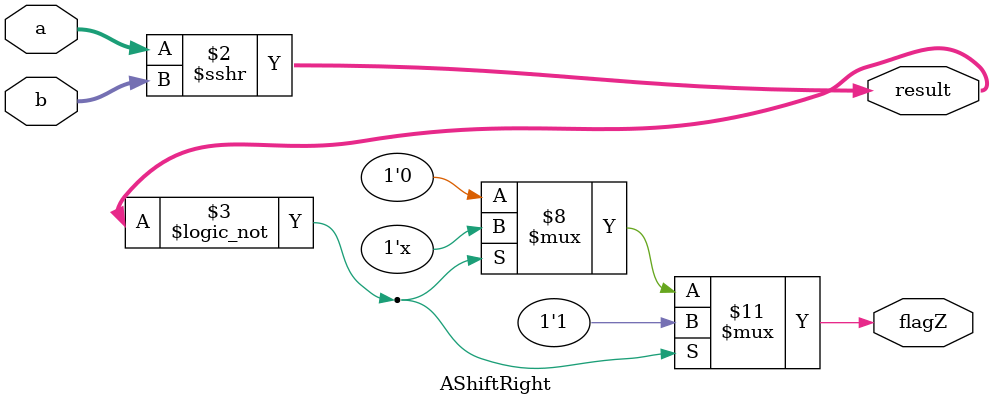
<source format=sv>


module AShiftRight #(parameter N=4)(input logic [N-1:0] a, 
												input logic [N-1:0] b, 
												output reg [N-1:0] result,
												output reg flagZ);

	
	always_comb begin
		
		//INICIALIZACIÓN DE VARIABLES
		result = 0;
		flagZ = 0;
		
		result = a >>> b;
		
		// FLAG CERO
		if (result == 0) begin
			flagZ = 1;
		end
		
		else if (result != 0) begin
			flagZ = 0;
		end
	
	end	
	
endmodule 
</source>
